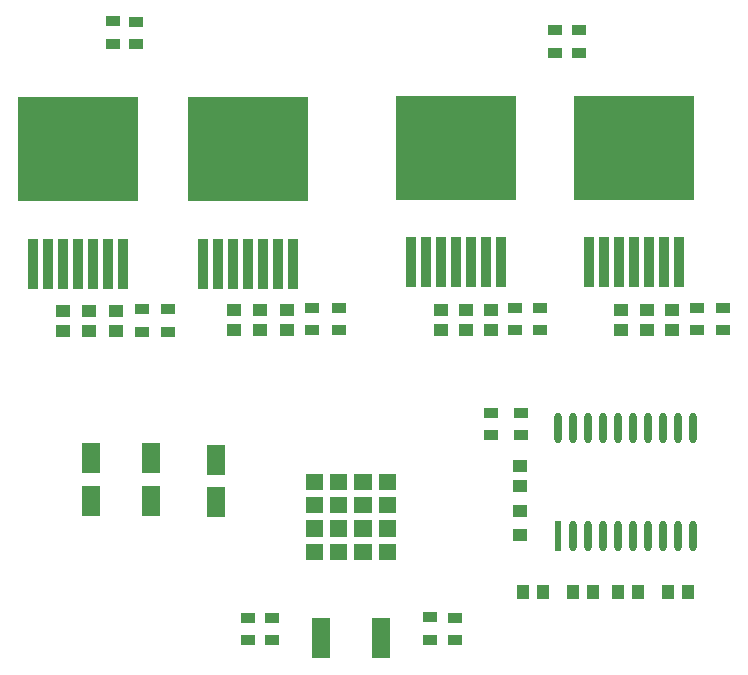
<source format=gtp>
G04*
G04 #@! TF.GenerationSoftware,Altium Limited,Altium Designer,22.9.1 (49)*
G04*
G04 Layer_Color=8421504*
%FSTAX24Y24*%
%MOIN*%
G70*
G04*
G04 #@! TF.SameCoordinates,DC5806C5-9D72-4097-8AC5-96CD70471510*
G04*
G04*
G04 #@! TF.FilePolarity,Positive*
G04*
G01*
G75*
%ADD16R,0.0433X0.0512*%
%ADD17R,0.0630X0.1024*%
%ADD18R,0.0335X0.1713*%
%ADD19R,0.3996X0.3504*%
%ADD20R,0.0512X0.0433*%
%ADD21R,0.0630X0.1378*%
%ADD22R,0.0512X0.0354*%
%ADD23R,0.0472X0.0433*%
G04:AMPARAMS|DCode=24|XSize=102.5mil|YSize=24.5mil|CornerRadius=12.2mil|HoleSize=0mil|Usage=FLASHONLY|Rotation=90.000|XOffset=0mil|YOffset=0mil|HoleType=Round|Shape=RoundedRectangle|*
%AMROUNDEDRECTD24*
21,1,0.1025,0.0000,0,0,90.0*
21,1,0.0780,0.0245,0,0,90.0*
1,1,0.0245,0.0000,0.0390*
1,1,0.0245,0.0000,-0.0390*
1,1,0.0245,0.0000,-0.0390*
1,1,0.0245,0.0000,0.0390*
%
%ADD24ROUNDEDRECTD24*%
%ADD25R,0.0245X0.1025*%
G36*
X01127Y004558D02*
Y004015D01*
X010692D01*
Y004558D01*
X01127D01*
D02*
G37*
G36*
X01127Y005334D02*
Y004791D01*
X010692D01*
Y005334D01*
X01127D01*
D02*
G37*
G36*
X012084Y004558D02*
Y004015D01*
X011505D01*
Y004558D01*
X012084D01*
D02*
G37*
G36*
X012084Y005334D02*
Y004791D01*
X011505D01*
Y005334D01*
X012084D01*
D02*
G37*
G36*
X01127Y006109D02*
Y005568D01*
X010692D01*
Y006109D01*
X01127D01*
D02*
G37*
G36*
X01127Y006885D02*
Y006343D01*
X010692D01*
Y006885D01*
X01127D01*
D02*
G37*
G36*
X012084Y006109D02*
Y005569D01*
X011505D01*
Y006109D01*
X012084D01*
D02*
G37*
G36*
X012084Y006885D02*
Y006346D01*
X011505D01*
Y006885D01*
X012084D01*
D02*
G37*
G36*
X012895Y004558D02*
Y004015D01*
X012316D01*
Y004558D01*
X012895D01*
D02*
G37*
G36*
X012895Y005334D02*
Y004791D01*
X012316D01*
Y005334D01*
X012895D01*
D02*
G37*
G36*
X013709Y004558D02*
Y004015D01*
X013129D01*
Y004558D01*
X013709D01*
D02*
G37*
G36*
X01371Y005334D02*
Y004791D01*
X013129D01*
Y005334D01*
X01371D01*
D02*
G37*
G36*
X012896Y006109D02*
Y005568D01*
X012316D01*
Y006109D01*
X012896D01*
D02*
G37*
G36*
X012895Y006885D02*
Y006343D01*
X012316D01*
Y006885D01*
X012895D01*
D02*
G37*
G36*
X01371Y006109D02*
Y005569D01*
X013129D01*
Y006109D01*
X01371D01*
D02*
G37*
G36*
X013711Y006885D02*
Y006346D01*
X013129D01*
Y006885D01*
X013711D01*
D02*
G37*
D16*
X017931Y00295D02*
D03*
X0186D02*
D03*
X019615D02*
D03*
X020285D02*
D03*
X021785D02*
D03*
X021115D02*
D03*
X022765D02*
D03*
X023435D02*
D03*
D17*
X0077Y005941D02*
D03*
Y007359D02*
D03*
X00355Y005991D02*
D03*
Y007409D02*
D03*
X00555Y007409D02*
D03*
Y005991D02*
D03*
D18*
X02015Y013938D02*
D03*
X02065D02*
D03*
X02115D02*
D03*
X02165D02*
D03*
X02215D02*
D03*
X02265D02*
D03*
X02315D02*
D03*
X017217D02*
D03*
X016717D02*
D03*
X016217D02*
D03*
X015717D02*
D03*
X015217D02*
D03*
X014717D02*
D03*
X014217D02*
D03*
X0046Y013888D02*
D03*
X0041D02*
D03*
X0036D02*
D03*
X0031D02*
D03*
X0026D02*
D03*
X0021D02*
D03*
X0016D02*
D03*
X010283D02*
D03*
X009783D02*
D03*
X009283D02*
D03*
X008783D02*
D03*
X008283D02*
D03*
X007783D02*
D03*
X007283D02*
D03*
D19*
X02165Y017757D02*
D03*
X015717D02*
D03*
X0031Y017707D02*
D03*
X008783D02*
D03*
D20*
X0152Y012355D02*
D03*
Y011686D02*
D03*
X01785Y007135D02*
D03*
Y006465D02*
D03*
X0212Y011686D02*
D03*
Y012355D02*
D03*
X016034Y011686D02*
D03*
Y012355D02*
D03*
X022059Y011686D02*
D03*
Y012355D02*
D03*
X016867Y011686D02*
D03*
Y012355D02*
D03*
X022917Y011686D02*
D03*
Y012355D02*
D03*
X0026Y011636D02*
D03*
Y012305D02*
D03*
X003484Y011636D02*
D03*
Y012305D02*
D03*
X0083Y011686D02*
D03*
Y012355D02*
D03*
X004367Y012305D02*
D03*
Y011636D02*
D03*
X009181Y011686D02*
D03*
Y012355D02*
D03*
X010062Y012355D02*
D03*
Y011686D02*
D03*
D21*
X0112Y001405D02*
D03*
X0132D02*
D03*
D22*
X0118Y011666D02*
D03*
Y012414D02*
D03*
X017676Y011666D02*
D03*
Y012414D02*
D03*
X005226Y011616D02*
D03*
Y012364D02*
D03*
X00611Y011616D02*
D03*
Y012364D02*
D03*
X01851Y011666D02*
D03*
Y012414D02*
D03*
X01786Y008166D02*
D03*
Y008914D02*
D03*
X01686Y008166D02*
D03*
Y008914D02*
D03*
X010919Y011666D02*
D03*
Y012414D02*
D03*
X023751Y011666D02*
D03*
Y012414D02*
D03*
X02461Y011666D02*
D03*
Y012414D02*
D03*
X01569Y002084D02*
D03*
Y001336D02*
D03*
X01485Y002098D02*
D03*
Y00135D02*
D03*
X00959Y002084D02*
D03*
Y001336D02*
D03*
X00879Y002084D02*
D03*
Y001336D02*
D03*
X00505Y021202D02*
D03*
Y02195D02*
D03*
X00426Y021216D02*
D03*
Y021964D02*
D03*
X01981Y020916D02*
D03*
Y021664D02*
D03*
X01901Y020916D02*
D03*
Y021664D02*
D03*
D23*
X01785Y005663D02*
D03*
Y004837D02*
D03*
D24*
X0191Y008397D02*
D03*
X0196D02*
D03*
X0201D02*
D03*
X0206D02*
D03*
X0211D02*
D03*
X0216D02*
D03*
X0221D02*
D03*
X0226D02*
D03*
X0231D02*
D03*
X0236D02*
D03*
Y004803D02*
D03*
X0231D02*
D03*
X0226D02*
D03*
X0221D02*
D03*
X0216D02*
D03*
X0211D02*
D03*
X0206D02*
D03*
X0201D02*
D03*
X0196D02*
D03*
D25*
X0191D02*
D03*
M02*

</source>
